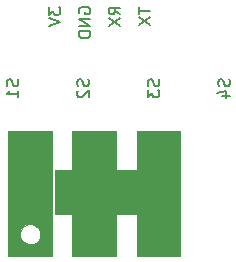
<source format=gbr>
G04 #@! TF.FileFunction,Legend,Bot*
%FSLAX46Y46*%
G04 Gerber Fmt 4.6, Leading zero omitted, Abs format (unit mm)*
G04 Created by KiCad (PCBNEW 4.0.4+dfsg1-stable) date Mon Jul 31 00:00:22 2017*
%MOMM*%
%LPD*%
G01*
G04 APERTURE LIST*
%ADD10C,0.100000*%
%ADD11C,0.010000*%
%ADD12C,0.150000*%
G04 APERTURE END LIST*
D10*
D11*
G36*
X52578000Y-39687500D02*
X48895000Y-39687500D01*
X48895000Y-48537960D01*
X49866515Y-48537960D01*
X49867698Y-48265358D01*
X49960026Y-48015232D01*
X50125819Y-47804413D01*
X50347394Y-47649734D01*
X50607072Y-47568026D01*
X50887172Y-47576120D01*
X51161674Y-47685706D01*
X51402687Y-47897081D01*
X51547370Y-48162617D01*
X51589255Y-48454461D01*
X51521877Y-48744756D01*
X51440577Y-48887168D01*
X51207632Y-49119576D01*
X50933065Y-49244830D01*
X50641514Y-49264122D01*
X50357614Y-49178644D01*
X50106002Y-48989588D01*
X49974156Y-48816206D01*
X49866515Y-48537960D01*
X48895000Y-48537960D01*
X48895000Y-50228500D01*
X52578000Y-50228500D01*
X52578000Y-39687500D01*
X52578000Y-39687500D01*
G37*
X52578000Y-39687500D02*
X48895000Y-39687500D01*
X48895000Y-48537960D01*
X49866515Y-48537960D01*
X49867698Y-48265358D01*
X49960026Y-48015232D01*
X50125819Y-47804413D01*
X50347394Y-47649734D01*
X50607072Y-47568026D01*
X50887172Y-47576120D01*
X51161674Y-47685706D01*
X51402687Y-47897081D01*
X51547370Y-48162617D01*
X51589255Y-48454461D01*
X51521877Y-48744756D01*
X51440577Y-48887168D01*
X51207632Y-49119576D01*
X50933065Y-49244830D01*
X50641514Y-49264122D01*
X50357614Y-49178644D01*
X50106002Y-48989588D01*
X49974156Y-48816206D01*
X49866515Y-48537960D01*
X48895000Y-48537960D01*
X48895000Y-50228500D01*
X52578000Y-50228500D01*
X52578000Y-39687500D01*
G36*
X58039000Y-46672500D02*
X59753500Y-46672500D01*
X59753500Y-50228500D01*
X63436500Y-50228500D01*
X63436500Y-39687500D01*
X59753500Y-39687500D01*
X59753500Y-42989500D01*
X58039000Y-42989500D01*
X58039000Y-39687500D01*
X54292500Y-39687500D01*
X54292500Y-42989500D01*
X52832000Y-42989500D01*
X52832000Y-46672500D01*
X54292500Y-46672500D01*
X54292500Y-50228500D01*
X58039000Y-50228500D01*
X58039000Y-46672500D01*
X58039000Y-46672500D01*
G37*
X58039000Y-46672500D02*
X59753500Y-46672500D01*
X59753500Y-50228500D01*
X63436500Y-50228500D01*
X63436500Y-39687500D01*
X59753500Y-39687500D01*
X59753500Y-42989500D01*
X58039000Y-42989500D01*
X58039000Y-39687500D01*
X54292500Y-39687500D01*
X54292500Y-42989500D01*
X52832000Y-42989500D01*
X52832000Y-46672500D01*
X54292500Y-46672500D01*
X54292500Y-50228500D01*
X58039000Y-50228500D01*
X58039000Y-46672500D01*
D12*
X59904381Y-29210095D02*
X59904381Y-29781524D01*
X60904381Y-29495809D02*
X59904381Y-29495809D01*
X59904381Y-30019619D02*
X60904381Y-30686286D01*
X59904381Y-30686286D02*
X60904381Y-30019619D01*
X58364381Y-29805334D02*
X57888190Y-29472000D01*
X58364381Y-29233905D02*
X57364381Y-29233905D01*
X57364381Y-29614858D01*
X57412000Y-29710096D01*
X57459619Y-29757715D01*
X57554857Y-29805334D01*
X57697714Y-29805334D01*
X57792952Y-29757715D01*
X57840571Y-29710096D01*
X57888190Y-29614858D01*
X57888190Y-29233905D01*
X57364381Y-30138667D02*
X58364381Y-30805334D01*
X57364381Y-30805334D02*
X58364381Y-30138667D01*
X54872000Y-29718096D02*
X54824381Y-29622858D01*
X54824381Y-29480001D01*
X54872000Y-29337143D01*
X54967238Y-29241905D01*
X55062476Y-29194286D01*
X55252952Y-29146667D01*
X55395810Y-29146667D01*
X55586286Y-29194286D01*
X55681524Y-29241905D01*
X55776762Y-29337143D01*
X55824381Y-29480001D01*
X55824381Y-29575239D01*
X55776762Y-29718096D01*
X55729143Y-29765715D01*
X55395810Y-29765715D01*
X55395810Y-29575239D01*
X55824381Y-30194286D02*
X54824381Y-30194286D01*
X55824381Y-30765715D01*
X54824381Y-30765715D01*
X55824381Y-31241905D02*
X54824381Y-31241905D01*
X54824381Y-31480000D01*
X54872000Y-31622858D01*
X54967238Y-31718096D01*
X55062476Y-31765715D01*
X55252952Y-31813334D01*
X55395810Y-31813334D01*
X55586286Y-31765715D01*
X55681524Y-31718096D01*
X55776762Y-31622858D01*
X55824381Y-31480000D01*
X55824381Y-31241905D01*
X52284381Y-29210095D02*
X52284381Y-29829143D01*
X52665333Y-29495809D01*
X52665333Y-29638667D01*
X52712952Y-29733905D01*
X52760571Y-29781524D01*
X52855810Y-29829143D01*
X53093905Y-29829143D01*
X53189143Y-29781524D01*
X53236762Y-29733905D01*
X53284381Y-29638667D01*
X53284381Y-29352952D01*
X53236762Y-29257714D01*
X53189143Y-29210095D01*
X52284381Y-30114857D02*
X53284381Y-30448190D01*
X52284381Y-30781524D01*
X61618762Y-35306095D02*
X61666381Y-35448952D01*
X61666381Y-35687048D01*
X61618762Y-35782286D01*
X61571143Y-35829905D01*
X61475905Y-35877524D01*
X61380667Y-35877524D01*
X61285429Y-35829905D01*
X61237810Y-35782286D01*
X61190190Y-35687048D01*
X61142571Y-35496571D01*
X61094952Y-35401333D01*
X61047333Y-35353714D01*
X60952095Y-35306095D01*
X60856857Y-35306095D01*
X60761619Y-35353714D01*
X60714000Y-35401333D01*
X60666381Y-35496571D01*
X60666381Y-35734667D01*
X60714000Y-35877524D01*
X60666381Y-36210857D02*
X60666381Y-36829905D01*
X61047333Y-36496571D01*
X61047333Y-36639429D01*
X61094952Y-36734667D01*
X61142571Y-36782286D01*
X61237810Y-36829905D01*
X61475905Y-36829905D01*
X61571143Y-36782286D01*
X61618762Y-36734667D01*
X61666381Y-36639429D01*
X61666381Y-36353714D01*
X61618762Y-36258476D01*
X61571143Y-36210857D01*
X55649762Y-35306095D02*
X55697381Y-35448952D01*
X55697381Y-35687048D01*
X55649762Y-35782286D01*
X55602143Y-35829905D01*
X55506905Y-35877524D01*
X55411667Y-35877524D01*
X55316429Y-35829905D01*
X55268810Y-35782286D01*
X55221190Y-35687048D01*
X55173571Y-35496571D01*
X55125952Y-35401333D01*
X55078333Y-35353714D01*
X54983095Y-35306095D01*
X54887857Y-35306095D01*
X54792619Y-35353714D01*
X54745000Y-35401333D01*
X54697381Y-35496571D01*
X54697381Y-35734667D01*
X54745000Y-35877524D01*
X54792619Y-36258476D02*
X54745000Y-36306095D01*
X54697381Y-36401333D01*
X54697381Y-36639429D01*
X54745000Y-36734667D01*
X54792619Y-36782286D01*
X54887857Y-36829905D01*
X54983095Y-36829905D01*
X55125952Y-36782286D01*
X55697381Y-36210857D01*
X55697381Y-36829905D01*
X67587762Y-35306095D02*
X67635381Y-35448952D01*
X67635381Y-35687048D01*
X67587762Y-35782286D01*
X67540143Y-35829905D01*
X67444905Y-35877524D01*
X67349667Y-35877524D01*
X67254429Y-35829905D01*
X67206810Y-35782286D01*
X67159190Y-35687048D01*
X67111571Y-35496571D01*
X67063952Y-35401333D01*
X67016333Y-35353714D01*
X66921095Y-35306095D01*
X66825857Y-35306095D01*
X66730619Y-35353714D01*
X66683000Y-35401333D01*
X66635381Y-35496571D01*
X66635381Y-35734667D01*
X66683000Y-35877524D01*
X66968714Y-36734667D02*
X67635381Y-36734667D01*
X66587762Y-36496571D02*
X67302048Y-36258476D01*
X67302048Y-36877524D01*
X49680762Y-35306095D02*
X49728381Y-35448952D01*
X49728381Y-35687048D01*
X49680762Y-35782286D01*
X49633143Y-35829905D01*
X49537905Y-35877524D01*
X49442667Y-35877524D01*
X49347429Y-35829905D01*
X49299810Y-35782286D01*
X49252190Y-35687048D01*
X49204571Y-35496571D01*
X49156952Y-35401333D01*
X49109333Y-35353714D01*
X49014095Y-35306095D01*
X48918857Y-35306095D01*
X48823619Y-35353714D01*
X48776000Y-35401333D01*
X48728381Y-35496571D01*
X48728381Y-35734667D01*
X48776000Y-35877524D01*
X49728381Y-36829905D02*
X49728381Y-36258476D01*
X49728381Y-36544190D02*
X48728381Y-36544190D01*
X48871238Y-36448952D01*
X48966476Y-36353714D01*
X49014095Y-36258476D01*
M02*

</source>
